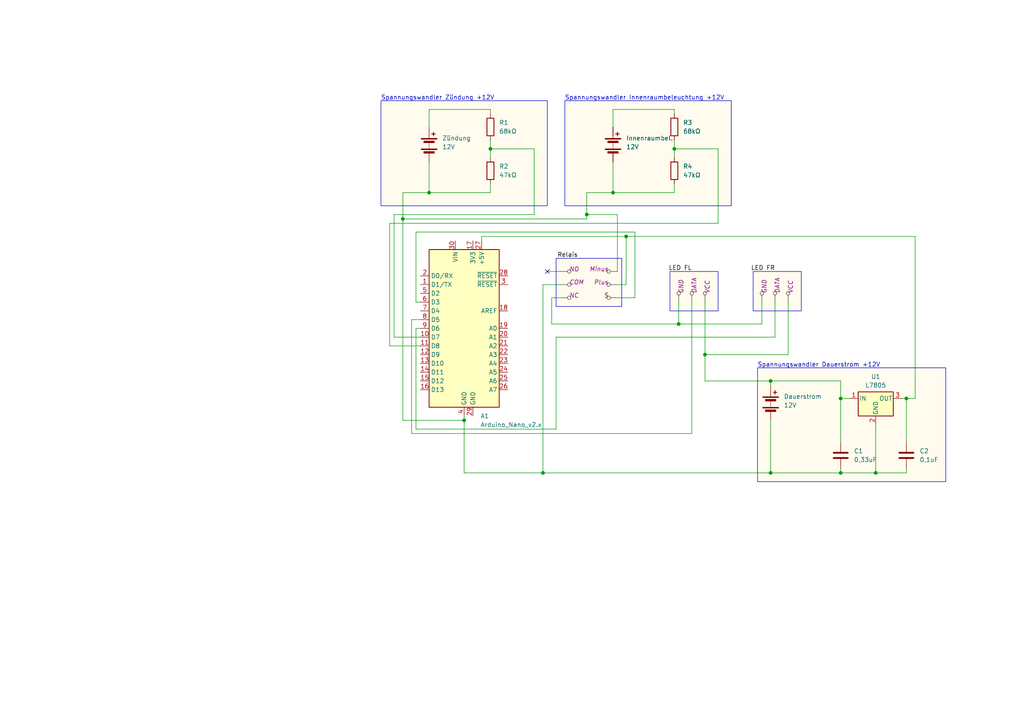
<source format=kicad_sch>
(kicad_sch (version 20230121) (generator eeschema)
  (paper "A4")
  (title_block (title "LED Beleuchtung") (date "2023-11-12") (rev "1"))
  (lib_symbols
    (symbol "Device:Battery" (pin_numbers hide) (pin_names (offset 0) hide)
      (property "Reference" "BT" (at 2.54 2.54 0))
      (property "Value" "Battery" (at 2.54 0 0))
      (symbol "Battery_0_1"
        (rectangle (start -2.286 -1.27) (end 2.286 -1.524) (fill (type outline)))
        (rectangle (start -2.286 1.778) (end 2.286 1.524) (fill (type outline)))
        (rectangle (start -1.524 -2.032) (end 1.524 -2.54) (fill (type outline)))
        (rectangle (start -1.524 1.016) (end 1.524 0.508) (fill (type outline)))
        (polyline (pts (xy 0 -1.016) (xy 0 -0.762)))
        (polyline (pts (xy 0 -0.508) (xy 0 -0.254)))
        (polyline (pts (xy 0 0) (xy 0 0.254)))
        (polyline (pts (xy 0 1.778) (xy 0 2.54)))
        (polyline (pts (xy 0.762 3.048) (xy 1.778 3.048)) (stroke (width 0.254)))
        (polyline (pts (xy 1.27 3.556) (xy 1.27 2.54)) (stroke (width 0.254)))
      )
      (symbol "Battery_1_1"
        (pin passive line (at 0 5.08 270) (length 2.54) (name "+") (number "1"))
        (pin passive line (at 0 -5.08 90) (length 2.54) (name "-") (number "2"))
      )
    )
    (symbol "Device:C" (pin_numbers hide) (pin_names (offset 0.254))
      (property "Reference" "C" (at 0.635 2.54 0))
      (property "Value" "C" (at 0.635 -2.54 0))
      (symbol "C_0_1"
        (polyline (pts (xy -2.032 -0.762) (xy 2.032 -0.762)) (stroke (width 0.508)))
        (polyline (pts (xy -2.032 0.762) (xy 2.032 0.762)) (stroke (width 0.508)))
      )
      (symbol "C_1_1"
        (pin passive line (at 0 3.81 270) (length 2.794) (name "~") (number "1"))
        (pin passive line (at 0 -3.81 90) (length 2.794) (name "~") (number "2"))
      )
    )
    (symbol "Device:R" (pin_numbers hide) (pin_names (offset 0))
      (property "Reference" "R" (at 2.032 0 90))
      (property "Value" "R" (at 0 0 90))
      (symbol "R_0_1"
        (rectangle (start -1.016 -2.54) (end 1.016 2.54) (stroke (width 0.254)))
      )
      (symbol "R_1_1"
        (pin passive line (at 0 3.81 270) (length 1.27) (name "~") (number "1"))
        (pin passive line (at 0 -3.81 90) (length 1.27) (name "~") (number "2"))
      )
    )
    (symbol "MCU_Module:Arduino_Nano_v2.x"
      (property "Reference" "A" (at -10.16 23.495 0))
      (property "Value" "Arduino_Nano_v2.x" (at 5.08 -24.13 0))
      (symbol "Arduino_Nano_v2.x_0_1"
        (rectangle (start -10.16 22.86) (end 10.16 -22.86) (stroke (width 0.254)) (fill (type background)))
      )
      (symbol "Arduino_Nano_v2.x_1_1"
        (pin bidirectional line (at -12.7 12.7 0) (length 2.54) (name "D1/TX") (number "1"))
        (pin bidirectional line (at -12.7 -2.54 0) (length 2.54) (name "D7") (number "10"))
        (pin bidirectional line (at -12.7 -5.08 0) (length 2.54) (name "D8") (number "11"))
        (pin bidirectional line (at -12.7 -7.62 0) (length 2.54) (name "D9") (number "12"))
        (pin bidirectional line (at -12.7 -10.16 0) (length 2.54) (name "D10") (number "13"))
        (pin bidirectional line (at -12.7 -12.7 0) (length 2.54) (name "D11") (number "14"))
        (pin bidirectional line (at -12.7 -15.24 0) (length 2.54) (name "D12") (number "15"))
        (pin bidirectional line (at -12.7 -17.78 0) (length 2.54) (name "D13") (number "16"))
        (pin power_out line (at 2.54 25.4 270) (length 2.54) (name "3V3") (number "17"))
        (pin input line (at 12.7 5.08 180) (length 2.54) (name "AREF") (number "18"))
        (pin bidirectional line (at 12.7 0 180) (length 2.54) (name "A0") (number "19"))
        (pin bidirectional line (at -12.7 15.24 0) (length 2.54) (name "D0/RX") (number "2"))
        (pin bidirectional line (at 12.7 -2.54 180) (length 2.54) (name "A1") (number "20"))
        (pin bidirectional line (at 12.7 -5.08 180) (length 2.54) (name "A2") (number "21"))
        (pin bidirectional line (at 12.7 -7.62 180) (length 2.54) (name "A3") (number "22"))
        (pin bidirectional line (at 12.7 -10.16 180) (length 2.54) (name "A4") (number "23"))
        (pin bidirectional line (at 12.7 -12.7 180) (length 2.54) (name "A5") (number "24"))
        (pin bidirectional line (at 12.7 -15.24 180) (length 2.54) (name "A6") (number "25"))
        (pin bidirectional line (at 12.7 -17.78 180) (length 2.54) (name "A7") (number "26"))
        (pin power_out line (at 5.08 25.4 270) (length 2.54) (name "+5V") (number "27"))
        (pin input line (at 12.7 15.24 180) (length 2.54) (name "~{RESET}") (number "28"))
        (pin power_in line (at 2.54 -25.4 90) (length 2.54) (name "GND") (number "29"))
        (pin input line (at 12.7 12.7 180) (length 2.54) (name "~{RESET}") (number "3"))
        (pin power_in line (at -2.54 25.4 270) (length 2.54) (name "VIN") (number "30"))
        (pin power_in line (at 0 -25.4 90) (length 2.54) (name "GND") (number "4"))
        (pin bidirectional line (at -12.7 10.16 0) (length 2.54) (name "D2") (number "5"))
        (pin bidirectional line (at -12.7 7.62 0) (length 2.54) (name "D3") (number "6"))
        (pin bidirectional line (at -12.7 5.08 0) (length 2.54) (name "D4") (number "7"))
        (pin bidirectional line (at -12.7 2.54 0) (length 2.54) (name "D5") (number "8"))
        (pin bidirectional line (at -12.7 0 0) (length 2.54) (name "D6") (number "9"))
      )
    )
    (symbol "Regulator_Linear:L7805" (pin_names (offset 0.254))
      (property "Reference" "U" (at -3.81 3.175 0))
      (property "Value" "L7805" (at 0 3.175 0))
      (symbol "L7805_0_1"
        (rectangle (start -5.08 1.905) (end 5.08 -5.08) (stroke (width 0.254)) (fill (type background)))
      )
      (symbol "L7805_1_1"
        (pin power_in line (at -7.62 0 0) (length 2.54) (name "IN") (number "1"))
        (pin power_in line (at 0 -7.62 90) (length 2.54) (name "GND") (number "2"))
        (pin power_out line (at 7.62 0 180) (length 2.54) (name "OUT") (number "3"))
      )
    )
  )
  (junction (at 223.52 137.16))
  (junction (at 181.61 68.58))
  (junction (at 204.47 102.87))
  (junction (at 124.46 55.88))
  (junction (at 195.58 43.18))
  (junction (at 157.48 137.16))
  (junction (at 243.84 115.57))
  (junction (at 223.52 110.49))
  (junction (at 262.89 115.57))
  (junction (at 196.85 93.98))
  (junction (at 177.8 55.88))
  (junction (at 243.84 137.16))
  (junction (at 170.18 62.23))
  (junction (at 254 137.16))
  (junction (at 142.24 43.18))
  (junction (at 116.84 63.5))
  (junction (at 134.62 121.92))
  (no_connect (at 158.75 78.74))
  (wire (pts (xy 113.03 100.33) (xy 121.92 100.33)))
  (wire (pts (xy 223.52 111.76) (xy 223.52 110.49)))
  (wire (pts (xy 195.58 55.88) (xy 177.8 55.88)))
  (wire (pts (xy 114.3 62.23) (xy 114.3 97.79)))
  (wire (pts (xy 177.8 36.83) (xy 177.8 31.75)))
  (wire (pts (xy 142.24 53.34) (xy 142.24 55.88)))
  (wire (pts (xy 119.38 125.73) (xy 200.66 125.73)))
  (wire (pts (xy 195.58 53.34) (xy 195.58 55.88)))
  (wire (pts (xy 154.94 43.18) (xy 154.94 62.23)))
  (wire (pts (xy 160.02 86.36) (xy 160.02 93.98)))
  (wire (pts (xy 195.58 40.64) (xy 195.58 43.18)))
  (wire (pts (xy 179.07 82.55) (xy 181.61 82.55)))
  (wire (pts (xy 228.6 102.87) (xy 204.47 102.87)))
  (wire (pts (xy 224.79 97.79) (xy 161.29 97.79)))
  (wire (pts (xy 261.62 115.57) (xy 262.89 115.57)))
  (wire (pts (xy 120.65 87.63) (xy 121.92 87.63)))
  (wire (pts (xy 181.61 82.55) (xy 181.61 68.58)))
  (wire (pts (xy 113.03 64.77) (xy 113.03 100.33)))
  (wire (pts (xy 195.58 31.75) (xy 195.58 33.02)))
  (wire (pts (xy 195.58 43.18) (xy 208.28 43.18)))
  (wire (pts (xy 243.84 135.89) (xy 243.84 137.16)))
  (wire (pts (xy 161.29 124.46) (xy 120.65 124.46)))
  (wire (pts (xy 254 137.16) (xy 254 123.19)))
  (wire (pts (xy 265.43 115.57) (xy 262.89 115.57)))
  (wire (pts (xy 200.66 87.63) (xy 200.66 125.73)))
  (wire (pts (xy 161.29 97.79) (xy 161.29 124.46)))
  (wire (pts (xy 262.89 115.57) (xy 262.89 128.27)))
  (wire (pts (xy 224.79 87.63) (xy 224.79 97.79)))
  (wire (pts (xy 223.52 110.49) (xy 243.84 110.49)))
  (wire (pts (xy 157.48 82.55) (xy 157.48 137.16)))
  (wire (pts (xy 142.24 43.18) (xy 142.24 45.72)))
  (wire (pts (xy 243.84 115.57) (xy 246.38 115.57)))
  (wire (pts (xy 177.8 55.88) (xy 177.8 46.99)))
  (wire (pts (xy 228.6 87.63) (xy 228.6 102.87)))
  (wire (pts (xy 195.58 43.18) (xy 195.58 45.72)))
  (wire (pts (xy 120.65 95.25) (xy 121.92 95.25)))
  (wire (pts (xy 179.07 78.74) (xy 179.07 62.23)))
  (wire (pts (xy 204.47 87.63) (xy 204.47 102.87)))
  (wire (pts (xy 121.92 92.71) (xy 119.38 92.71)))
  (wire (pts (xy 196.85 93.98) (xy 220.98 93.98)))
  (wire (pts (xy 158.75 78.74) (xy 162.56 78.74)))
  (wire (pts (xy 162.56 86.36) (xy 160.02 86.36)))
  (wire (pts (xy 243.84 110.49) (xy 243.84 115.57)))
  (wire (pts (xy 116.84 55.88) (xy 116.84 63.5)))
  (wire (pts (xy 196.85 87.63) (xy 196.85 93.98)))
  (wire (pts (xy 177.8 55.88) (xy 170.18 55.88)))
  (wire (pts (xy 116.84 121.92) (xy 134.62 121.92)))
  (wire (pts (xy 170.18 63.5) (xy 116.84 63.5)))
  (wire (pts (xy 243.84 137.16) (xy 254 137.16)))
  (wire (pts (xy 134.62 121.92) (xy 134.62 120.65)))
  (wire (pts (xy 223.52 137.16) (xy 243.84 137.16)))
  (wire (pts (xy 162.56 82.55) (xy 157.48 82.55)))
  (wire (pts (xy 134.62 137.16) (xy 134.62 121.92)))
  (wire (pts (xy 142.24 43.18) (xy 154.94 43.18)))
  (wire (pts (xy 184.15 86.36) (xy 184.15 67.31)))
  (wire (pts (xy 124.46 55.88) (xy 124.46 46.99)))
  (wire (pts (xy 124.46 36.83) (xy 124.46 31.75)))
  (wire (pts (xy 120.65 67.31) (xy 120.65 87.63)))
  (wire (pts (xy 179.07 86.36) (xy 184.15 86.36)))
  (wire (pts (xy 157.48 137.16) (xy 223.52 137.16)))
  (wire (pts (xy 113.03 64.77) (xy 208.28 64.77)))
  (wire (pts (xy 184.15 67.31) (xy 120.65 67.31)))
  (wire (pts (xy 114.3 97.79) (xy 121.92 97.79)))
  (wire (pts (xy 179.07 62.23) (xy 170.18 62.23)))
  (wire (pts (xy 119.38 92.71) (xy 119.38 125.73)))
  (wire (pts (xy 116.84 63.5) (xy 116.84 121.92)))
  (wire (pts (xy 124.46 55.88) (xy 116.84 55.88)))
  (wire (pts (xy 139.7 68.58) (xy 139.7 69.85)))
  (wire (pts (xy 208.28 43.18) (xy 208.28 64.77)))
  (wire (pts (xy 223.52 137.16) (xy 223.52 121.92)))
  (wire (pts (xy 142.24 31.75) (xy 142.24 33.02)))
  (wire (pts (xy 243.84 115.57) (xy 243.84 128.27)))
  (wire (pts (xy 134.62 137.16) (xy 157.48 137.16)))
  (wire (pts (xy 262.89 135.89) (xy 262.89 137.16)))
  (wire (pts (xy 160.02 93.98) (xy 196.85 93.98)))
  (wire (pts (xy 220.98 87.63) (xy 220.98 93.98)))
  (wire (pts (xy 170.18 62.23) (xy 170.18 63.5)))
  (wire (pts (xy 124.46 31.75) (xy 142.24 31.75)))
  (wire (pts (xy 170.18 55.88) (xy 170.18 62.23)))
  (wire (pts (xy 265.43 115.57) (xy 265.43 68.58)))
  (wire (pts (xy 254 137.16) (xy 262.89 137.16)))
  (wire (pts (xy 142.24 55.88) (xy 124.46 55.88)))
  (wire (pts (xy 154.94 62.23) (xy 114.3 62.23)))
  (wire (pts (xy 204.47 102.87) (xy 204.47 110.49)))
  (wire (pts (xy 139.7 68.58) (xy 181.61 68.58)))
  (wire (pts (xy 177.8 31.75) (xy 195.58 31.75)))
  (wire (pts (xy 142.24 40.64) (xy 142.24 43.18)))
  (wire (pts (xy 120.65 124.46) (xy 120.65 95.25)))
  (wire (pts (xy 204.47 110.49) (xy 223.52 110.49)))
  (wire (pts (xy 181.61 68.58) (xy 265.43 68.58)))
  (rectangle (start 219.71 106.68) (end 274.32 139.7) (fill (type color) (color 255 214 85 0.1)))
  (rectangle (start 194.31 78.74) (end 208.28 90.17) (fill (type color) (color 255 214 85 0.1)))
  (rectangle (start 110.49 29.21) (end 158.75 59.69) (fill (type color) (color 255 214 85 0.1)))
  (rectangle (start 161.29 74.93) (end 180.34 88.9) (fill (type color) (color 255 214 85 0.1)))
  (rectangle (start 218.44 78.74) (end 232.41 90.17) (fill (type color) (color 255 214 85 0.1)))
  (rectangle (start 163.83 29.21) (end 212.09 59.69) (fill (type color) (color 255 214 85 0.1)))
  (text "Spannungswandler Innenraumbeleuchtung +12V" (at 163.83 29.21 0) (effects (font (size 1.27 1.27)) (justify left bottom)))
  (text "Spannungswandler Dauerstrom +12V" (at 219.71 106.68 0) (effects (font (size 1.27 1.27)) (justify left bottom)))
  (text "Spannungswandler Zündung +12V" (at 110.49 29.21 0) (effects (font (size 1.27 1.27)) (justify left bottom)))
  (label "LED FL" (at 200.66 78.74 180))
  (label "LED FR" (at 224.79 78.74 180))
  (label "Relais" (at 167.64 74.93 180))
  (netclass_flag "" (length 2.54) (shape round) (at 162.56 86.36 270) (property "Netclass" "NC" (at 165.1 85.6615 0) (effects (font italic) (justify left))))
  (netclass_flag "" (length 2.54) (shape round) (at 162.56 82.55 270) (property "Netclass" "COM" (at 165.1 81.8515 0) (effects (font italic) (justify left))))
  (netclass_flag "" (length 2.54) (shape round) (at 179.07 78.74 90) (property "Netclass" "Minus" (at 176.53 78.0415 0) (effects (font italic) (justify right))))
  (netclass_flag "" (length 2.54) (shape round) (at 204.47 87.63 0) (property "Netclass" "VCC" (at 205.1685 85.09 90) (effects (font italic) (justify left))))
  (netclass_flag "" (length 2.54) (shape round) (at 162.56 78.74 270) (property "Netclass" "NO" (at 165.1 78.0415 0) (effects (font italic) (justify left))))
  (netclass_flag "" (length 2.54) (shape round) (at 224.79 87.63 0) (property "Netclass" "DATA" (at 225.4885 85.09 90) (effects (font italic) (justify left))))
  (netclass_flag "" (length 2.54) (shape round) (at 179.07 86.36 90) (property "Netclass" "S" (at 176.53 85.6615 0) (effects (font italic) (justify right))))
  (netclass_flag "" (length 2.54) (shape round) (at 196.85 87.63 0) (property "Netclass" "GND" (at 197.5485 85.09 90) (effects (font italic) (justify left))))
  (netclass_flag "" (length 2.54) (shape round) (at 200.66 87.63 0) (property "Netclass" "DATA" (at 201.3585 85.09 90) (effects (font italic) (justify left))))
  (netclass_flag "" (length 2.54) (shape round) (at 220.98 87.63 0) (property "Netclass" "GND" (at 221.6785 85.09 90) (effects (font italic) (justify left))))
  (netclass_flag "" (length 2.54) (shape round) (at 228.6 87.63 0) (property "Netclass" "VCC" (at 229.2985 85.09 90) (effects (font italic) (justify left))))
  (netclass_flag "" (length 2.54) (shape round) (at 179.07 82.55 90) (property "Netclass" "Plus" (at 176.53 81.8515 0) (effects (font italic) (justify right))))
  (symbol (lib_id "Device:C") (at 262.89 132.08 0) (unit 1)
    (property "Reference" "C2" (at 266.7 130.81 0) (effects (justify left)))
    (property "Value" "0,1uF" (at 266.7 133.35 0) (effects (justify left)))
  )
  (symbol (lib_id "Device:Battery") (at 124.46 41.91 0) (unit 1)
    (property "Reference" "Zündung" (at 128.27 40.0685 0) (effects (justify left)))
    (property "Value" "12V" (at 128.27 42.6085 0) (effects (justify left)))
  )
  (symbol (lib_id "MCU_Module:Arduino_Nano_v2.x") (at 134.62 95.25 0) (unit 1)
    (property "Reference" "A1" (at 139.3541 120.65 0) (effects (justify left)))
    (property "Value" "Arduino_Nano_v2.x" (at 139.3541 123.19 0) (effects (justify left)))
    (property "Footprint" "Module:Arduino_Nano" (effects hide))
    (property "Datasheet" "https://www.arduino.cc/en/uploads/Main/ArduinoNanoManual23.pdf" (effects hide))
  )
  (symbol (lib_id "Device:C") (at 243.84 132.08 0) (unit 1)
    (property "Reference" "C1" (at 247.65 130.81 0) (effects (justify left)))
    (property "Value" "0,33uF" (at 247.65 133.35 0) (effects (justify left)))
  )
  (symbol (lib_id "Device:R") (at 142.24 49.53 0) (unit 1)
    (property "Reference" "R2" (at 144.78 48.26 0) (effects (justify left)))
    (property "Value" "47kΩ" (at 144.78 50.8 0) (effects (justify left)))
  )
  (symbol (lib_id "Device:R") (at 195.58 49.53 0) (unit 1)
    (property "Reference" "R4" (at 198.12 48.26 0) (effects (justify left)))
    (property "Value" "47kΩ" (at 198.12 50.8 0) (effects (justify left)))
  )
  (symbol (lib_id "Device:Battery") (at 177.8 41.91 0) (unit 1)
    (property "Reference" "Innenraumbel." (at 181.61 40.0685 0) (effects (justify left)))
    (property "Value" "12V" (at 181.61 42.6085 0) (effects (justify left)))
  )
  (symbol (lib_id "Device:R") (at 142.24 36.83 0) (unit 1)
    (property "Reference" "R1" (at 144.78 35.56 0) (effects (justify left)))
    (property "Value" "68kΩ" (at 144.78 38.1 0) (effects (justify left)))
  )
  (symbol (lib_id "Device:Battery") (at 223.52 116.84 0) (unit 1)
    (property "Reference" "Dauerstrom" (at 227.33 114.9985 0) (effects (justify left)))
    (property "Value" "12V" (at 227.33 117.5385 0) (effects (justify left)))
  )
  (symbol (lib_id "Regulator_Linear:L7805") (at 254 115.57 0) (unit 1)
    (property "Reference" "U1" (at 254 109.22 0))
    (property "Value" "L7805" (at 254 111.76 0))
    (property "Datasheet" "http://www.st.com/content/ccc/resource/technical/document/datasheet/41/4f/b3/b0/12/d4/47/88/CD00000444.pdf/files/CD00000444.pdf/jcr:content/translations/en.CD00000444.pdf" (effects hide))
  )
  (symbol (lib_id "Device:R") (at 195.58 36.83 0) (unit 1)
    (property "Reference" "R3" (at 198.12 35.56 0) (effects (justify left)))
    (property "Value" "68kΩ" (at 198.12 38.1 0) (effects (justify left)))
  )
)
</source>
